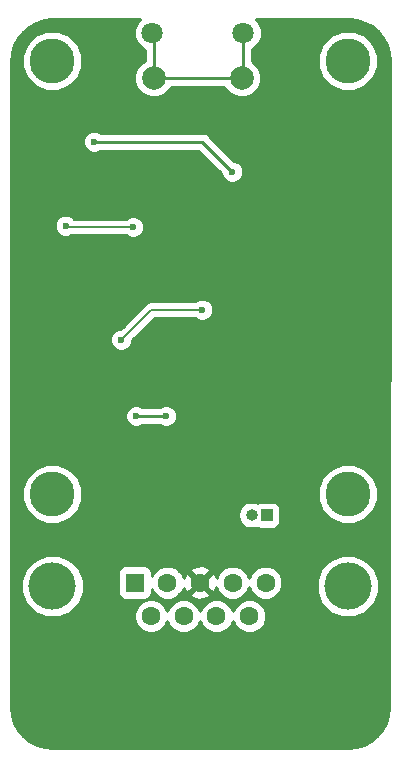
<source format=gbr>
G04 #@! TF.GenerationSoftware,KiCad,Pcbnew,(5.0.1)-3*
G04 #@! TF.CreationDate,2018-11-07T22:07:08+02:00*
G04 #@! TF.ProjectId,stm32-can,73746D33322D63616E2E6B696361645F,rev?*
G04 #@! TF.SameCoordinates,Original*
G04 #@! TF.FileFunction,Copper,L2,Bot,Signal*
G04 #@! TF.FilePolarity,Positive*
%FSLAX46Y46*%
G04 Gerber Fmt 4.6, Leading zero omitted, Abs format (unit mm)*
G04 Created by KiCad (PCBNEW (5.0.1)-3) date 07-Nov-18 10:07:08 PM*
%MOMM*%
%LPD*%
G01*
G04 APERTURE LIST*
G04 #@! TA.AperFunction,ComponentPad*
%ADD10R,1.000000X1.000000*%
G04 #@! TD*
G04 #@! TA.AperFunction,ComponentPad*
%ADD11O,1.000000X1.000000*%
G04 #@! TD*
G04 #@! TA.AperFunction,ComponentPad*
%ADD12R,1.600000X1.600000*%
G04 #@! TD*
G04 #@! TA.AperFunction,ComponentPad*
%ADD13C,1.600000*%
G04 #@! TD*
G04 #@! TA.AperFunction,ComponentPad*
%ADD14C,4.000000*%
G04 #@! TD*
G04 #@! TA.AperFunction,ComponentPad*
%ADD15C,1.800000*%
G04 #@! TD*
G04 #@! TA.AperFunction,ComponentPad*
%ADD16C,2.000000*%
G04 #@! TD*
G04 #@! TA.AperFunction,ComponentPad*
%ADD17C,3.800000*%
G04 #@! TD*
G04 #@! TA.AperFunction,ViaPad*
%ADD18C,0.600000*%
G04 #@! TD*
G04 #@! TA.AperFunction,Conductor*
%ADD19C,0.250000*%
G04 #@! TD*
G04 #@! TA.AperFunction,Conductor*
%ADD20C,0.154000*%
G04 #@! TD*
G04 #@! TA.AperFunction,Conductor*
%ADD21C,0.254000*%
G04 #@! TD*
G04 APERTURE END LIST*
D10*
G04 #@! TO.P,JP1,1*
G04 #@! TO.N,Net-(JP1-Pad1)*
X202819000Y-79629000D03*
D11*
G04 #@! TO.P,JP1,2*
G04 #@! TO.N,CANH*
X201549000Y-79629000D03*
G04 #@! TD*
D12*
G04 #@! TO.P,CAN1,1*
G04 #@! TO.N,N/C*
X191643000Y-85344000D03*
D13*
G04 #@! TO.P,CAN1,2*
G04 #@! TO.N,CANL*
X194413000Y-85344000D03*
G04 #@! TO.P,CAN1,3*
G04 #@! TO.N,GND*
X197183000Y-85344000D03*
G04 #@! TO.P,CAN1,4*
G04 #@! TO.N,N/C*
X199953000Y-85344000D03*
G04 #@! TO.P,CAN1,5*
X202723000Y-85344000D03*
G04 #@! TO.P,CAN1,6*
X193028000Y-88184000D03*
G04 #@! TO.P,CAN1,7*
G04 #@! TO.N,CANH*
X195798000Y-88184000D03*
G04 #@! TO.P,CAN1,8*
G04 #@! TO.N,N/C*
X198568000Y-88184000D03*
G04 #@! TO.P,CAN1,9*
X201338000Y-88184000D03*
D14*
G04 #@! TO.P,CAN1,0*
G04 #@! TO.N,Net-(CAN1-Pad0)*
X184683000Y-85644000D03*
X209683000Y-85644000D03*
G04 #@! TD*
D15*
G04 #@! TO.P,J1,6*
G04 #@! TO.N,Net-(J1-Pad6)*
X193102000Y-38817000D03*
X200852000Y-38817000D03*
D16*
X193252000Y-42617000D03*
X200702000Y-42617000D03*
G04 #@! TD*
D17*
G04 #@! TO.P,MH1,1*
G04 #@! TO.N,N/C*
X184658000Y-41148000D03*
G04 #@! TD*
G04 #@! TO.P,MH2,1*
G04 #@! TO.N,N/C*
X184658000Y-77851000D03*
G04 #@! TD*
G04 #@! TO.P,MH3,1*
G04 #@! TO.N,N/C*
X209677000Y-77851000D03*
G04 #@! TD*
G04 #@! TO.P,MH4,1*
G04 #@! TO.N,N/C*
X209677000Y-41148000D03*
G04 #@! TD*
D18*
G04 #@! TO.N,GND*
X195580000Y-44450000D03*
X189230000Y-40640000D03*
X199136000Y-48387000D03*
X202057000Y-50038000D03*
X207137000Y-44958000D03*
X203327000Y-43942000D03*
X201168000Y-57150000D03*
X204597000Y-61214000D03*
X198628000Y-62230000D03*
X201295000Y-69596000D03*
X193929000Y-64897000D03*
X199898000Y-72644000D03*
X199009000Y-81661000D03*
X193294000Y-76708000D03*
X192659000Y-52197000D03*
X195834000Y-56388000D03*
X190500000Y-51943000D03*
X192014567Y-60080433D03*
X190500000Y-60579000D03*
X187579000Y-69342000D03*
X192024000Y-69469000D03*
X205486000Y-54610000D03*
X190627000Y-63627000D03*
G04 #@! TO.N,+5V*
X199898000Y-50546000D03*
X191770000Y-71247000D03*
X194310000Y-71247000D03*
X188214000Y-48006000D03*
G04 #@! TO.N,BOOT0*
X191516000Y-55245000D03*
X185801000Y-55118000D03*
G04 #@! TO.N,~RST*
X190500000Y-64770000D03*
X197358000Y-62230000D03*
G04 #@! TD*
D19*
G04 #@! TO.N,+5V*
X191770000Y-71247000D02*
X194310000Y-71247000D01*
X188214000Y-48006000D02*
X197358000Y-48006000D01*
X197358000Y-48006000D02*
X199898000Y-50546000D01*
D20*
G04 #@! TO.N,BOOT0*
X191516000Y-55245000D02*
X185928000Y-55245000D01*
X185928000Y-55245000D02*
X185801000Y-55118000D01*
G04 #@! TO.N,~RST*
X190500000Y-64770000D02*
X193040000Y-62230000D01*
X193040000Y-62230000D02*
X197358000Y-62230000D01*
D19*
G04 #@! TO.N,Net-(J1-Pad6)*
X200852000Y-42467000D02*
X200702000Y-42617000D01*
X200852000Y-38817000D02*
X200852000Y-42467000D01*
X200702000Y-42617000D02*
X193252000Y-42617000D01*
X193252000Y-38967000D02*
X193102000Y-38817000D01*
X193252000Y-42617000D02*
X193252000Y-38967000D01*
G04 #@! TD*
D21*
G04 #@! TO.N,GND*
G36*
X191800690Y-37947493D02*
X191567000Y-38511670D01*
X191567000Y-39122330D01*
X191800690Y-39686507D01*
X192232493Y-40118310D01*
X192492001Y-40225802D01*
X192492000Y-41162091D01*
X192325847Y-41230914D01*
X191865914Y-41690847D01*
X191617000Y-42291778D01*
X191617000Y-42942222D01*
X191865914Y-43543153D01*
X192325847Y-44003086D01*
X192926778Y-44252000D01*
X193577222Y-44252000D01*
X194178153Y-44003086D01*
X194638086Y-43543153D01*
X194706909Y-43377000D01*
X199247091Y-43377000D01*
X199315914Y-43543153D01*
X199775847Y-44003086D01*
X200376778Y-44252000D01*
X201027222Y-44252000D01*
X201628153Y-44003086D01*
X202088086Y-43543153D01*
X202337000Y-42942222D01*
X202337000Y-42291778D01*
X202088086Y-41690847D01*
X201628153Y-41230914D01*
X201612000Y-41224223D01*
X201612000Y-40643757D01*
X207142000Y-40643757D01*
X207142000Y-41652243D01*
X207527930Y-42583962D01*
X208241038Y-43297070D01*
X209172757Y-43683000D01*
X210181243Y-43683000D01*
X211112962Y-43297070D01*
X211826070Y-42583962D01*
X212212000Y-41652243D01*
X212212000Y-40643757D01*
X211826070Y-39712038D01*
X211112962Y-38998930D01*
X210181243Y-38613000D01*
X209172757Y-38613000D01*
X208241038Y-38998930D01*
X207527930Y-39712038D01*
X207142000Y-40643757D01*
X201612000Y-40643757D01*
X201612000Y-40163669D01*
X201721507Y-40118310D01*
X202153310Y-39686507D01*
X202387000Y-39122330D01*
X202387000Y-38511670D01*
X202153310Y-37947493D01*
X201872817Y-37667000D01*
X209769280Y-37667000D01*
X210479465Y-37736634D01*
X211129211Y-37932805D01*
X211728469Y-38251435D01*
X212254432Y-38680400D01*
X212687059Y-39203357D01*
X213009868Y-39800382D01*
X213210565Y-40448727D01*
X213284979Y-41156723D01*
X213158081Y-95849455D01*
X213088366Y-96560465D01*
X212892196Y-97210209D01*
X212573564Y-97809469D01*
X212144600Y-98335432D01*
X211621644Y-98768058D01*
X211024626Y-99090865D01*
X210376272Y-99291565D01*
X209668074Y-99366000D01*
X184692720Y-99366000D01*
X183982535Y-99296366D01*
X183332791Y-99100196D01*
X182733531Y-98781564D01*
X182207568Y-98352600D01*
X181774942Y-97829644D01*
X181452135Y-97232626D01*
X181251435Y-96584272D01*
X181177000Y-95876074D01*
X181177000Y-85119866D01*
X182048000Y-85119866D01*
X182048000Y-86168134D01*
X182449155Y-87136608D01*
X183190392Y-87877845D01*
X184158866Y-88279000D01*
X185207134Y-88279000D01*
X186125595Y-87898561D01*
X191593000Y-87898561D01*
X191593000Y-88469439D01*
X191811466Y-88996862D01*
X192215138Y-89400534D01*
X192742561Y-89619000D01*
X193313439Y-89619000D01*
X193840862Y-89400534D01*
X194244534Y-88996862D01*
X194413000Y-88590150D01*
X194581466Y-88996862D01*
X194985138Y-89400534D01*
X195512561Y-89619000D01*
X196083439Y-89619000D01*
X196610862Y-89400534D01*
X197014534Y-88996862D01*
X197183000Y-88590150D01*
X197351466Y-88996862D01*
X197755138Y-89400534D01*
X198282561Y-89619000D01*
X198853439Y-89619000D01*
X199380862Y-89400534D01*
X199784534Y-88996862D01*
X199953000Y-88590150D01*
X200121466Y-88996862D01*
X200525138Y-89400534D01*
X201052561Y-89619000D01*
X201623439Y-89619000D01*
X202150862Y-89400534D01*
X202554534Y-88996862D01*
X202773000Y-88469439D01*
X202773000Y-87898561D01*
X202554534Y-87371138D01*
X202150862Y-86967466D01*
X201623439Y-86749000D01*
X201052561Y-86749000D01*
X200525138Y-86967466D01*
X200121466Y-87371138D01*
X199953000Y-87777850D01*
X199784534Y-87371138D01*
X199380862Y-86967466D01*
X198853439Y-86749000D01*
X198282561Y-86749000D01*
X197755138Y-86967466D01*
X197351466Y-87371138D01*
X197183000Y-87777850D01*
X197014534Y-87371138D01*
X196610862Y-86967466D01*
X196083439Y-86749000D01*
X195512561Y-86749000D01*
X194985138Y-86967466D01*
X194581466Y-87371138D01*
X194413000Y-87777850D01*
X194244534Y-87371138D01*
X193840862Y-86967466D01*
X193313439Y-86749000D01*
X192742561Y-86749000D01*
X192215138Y-86967466D01*
X191811466Y-87371138D01*
X191593000Y-87898561D01*
X186125595Y-87898561D01*
X186175608Y-87877845D01*
X186916845Y-87136608D01*
X187318000Y-86168134D01*
X187318000Y-85119866D01*
X187079469Y-84544000D01*
X190195560Y-84544000D01*
X190195560Y-86144000D01*
X190244843Y-86391765D01*
X190385191Y-86601809D01*
X190595235Y-86742157D01*
X190843000Y-86791440D01*
X192443000Y-86791440D01*
X192690765Y-86742157D01*
X192900809Y-86601809D01*
X193041157Y-86391765D01*
X193090440Y-86144000D01*
X193090440Y-85900893D01*
X193196466Y-86156862D01*
X193600138Y-86560534D01*
X194127561Y-86779000D01*
X194698439Y-86779000D01*
X195225862Y-86560534D01*
X195434651Y-86351745D01*
X196354861Y-86351745D01*
X196428995Y-86597864D01*
X196966223Y-86790965D01*
X197536454Y-86763778D01*
X197937005Y-86597864D01*
X198011139Y-86351745D01*
X197183000Y-85523605D01*
X196354861Y-86351745D01*
X195434651Y-86351745D01*
X195629534Y-86156862D01*
X195791525Y-85765782D01*
X195929136Y-86098005D01*
X196175255Y-86172139D01*
X197003395Y-85344000D01*
X197362605Y-85344000D01*
X198190745Y-86172139D01*
X198436864Y-86098005D01*
X198564732Y-85742261D01*
X198736466Y-86156862D01*
X199140138Y-86560534D01*
X199667561Y-86779000D01*
X200238439Y-86779000D01*
X200765862Y-86560534D01*
X201169534Y-86156862D01*
X201338000Y-85750150D01*
X201506466Y-86156862D01*
X201910138Y-86560534D01*
X202437561Y-86779000D01*
X203008439Y-86779000D01*
X203535862Y-86560534D01*
X203939534Y-86156862D01*
X204158000Y-85629439D01*
X204158000Y-85119866D01*
X207048000Y-85119866D01*
X207048000Y-86168134D01*
X207449155Y-87136608D01*
X208190392Y-87877845D01*
X209158866Y-88279000D01*
X210207134Y-88279000D01*
X211175608Y-87877845D01*
X211916845Y-87136608D01*
X212318000Y-86168134D01*
X212318000Y-85119866D01*
X211916845Y-84151392D01*
X211175608Y-83410155D01*
X210207134Y-83009000D01*
X209158866Y-83009000D01*
X208190392Y-83410155D01*
X207449155Y-84151392D01*
X207048000Y-85119866D01*
X204158000Y-85119866D01*
X204158000Y-85058561D01*
X203939534Y-84531138D01*
X203535862Y-84127466D01*
X203008439Y-83909000D01*
X202437561Y-83909000D01*
X201910138Y-84127466D01*
X201506466Y-84531138D01*
X201338000Y-84937850D01*
X201169534Y-84531138D01*
X200765862Y-84127466D01*
X200238439Y-83909000D01*
X199667561Y-83909000D01*
X199140138Y-84127466D01*
X198736466Y-84531138D01*
X198574475Y-84922218D01*
X198436864Y-84589995D01*
X198190745Y-84515861D01*
X197362605Y-85344000D01*
X197003395Y-85344000D01*
X196175255Y-84515861D01*
X195929136Y-84589995D01*
X195801268Y-84945739D01*
X195629534Y-84531138D01*
X195434651Y-84336255D01*
X196354861Y-84336255D01*
X197183000Y-85164395D01*
X198011139Y-84336255D01*
X197937005Y-84090136D01*
X197399777Y-83897035D01*
X196829546Y-83924222D01*
X196428995Y-84090136D01*
X196354861Y-84336255D01*
X195434651Y-84336255D01*
X195225862Y-84127466D01*
X194698439Y-83909000D01*
X194127561Y-83909000D01*
X193600138Y-84127466D01*
X193196466Y-84531138D01*
X193090440Y-84787107D01*
X193090440Y-84544000D01*
X193041157Y-84296235D01*
X192900809Y-84086191D01*
X192690765Y-83945843D01*
X192443000Y-83896560D01*
X190843000Y-83896560D01*
X190595235Y-83945843D01*
X190385191Y-84086191D01*
X190244843Y-84296235D01*
X190195560Y-84544000D01*
X187079469Y-84544000D01*
X186916845Y-84151392D01*
X186175608Y-83410155D01*
X185207134Y-83009000D01*
X184158866Y-83009000D01*
X183190392Y-83410155D01*
X182449155Y-84151392D01*
X182048000Y-85119866D01*
X181177000Y-85119866D01*
X181177000Y-77346757D01*
X182123000Y-77346757D01*
X182123000Y-78355243D01*
X182508930Y-79286962D01*
X183222038Y-80000070D01*
X184153757Y-80386000D01*
X185162243Y-80386000D01*
X186093962Y-80000070D01*
X186465032Y-79629000D01*
X200391765Y-79629000D01*
X200479854Y-80071855D01*
X200730711Y-80447289D01*
X201106145Y-80698146D01*
X201437217Y-80764000D01*
X201660783Y-80764000D01*
X201991855Y-80698146D01*
X202009836Y-80686131D01*
X202071235Y-80727157D01*
X202319000Y-80776440D01*
X203319000Y-80776440D01*
X203566765Y-80727157D01*
X203776809Y-80586809D01*
X203917157Y-80376765D01*
X203966440Y-80129000D01*
X203966440Y-79129000D01*
X203917157Y-78881235D01*
X203776809Y-78671191D01*
X203566765Y-78530843D01*
X203319000Y-78481560D01*
X202319000Y-78481560D01*
X202071235Y-78530843D01*
X202009836Y-78571869D01*
X201991855Y-78559854D01*
X201660783Y-78494000D01*
X201437217Y-78494000D01*
X201106145Y-78559854D01*
X200730711Y-78810711D01*
X200479854Y-79186145D01*
X200391765Y-79629000D01*
X186465032Y-79629000D01*
X186807070Y-79286962D01*
X187193000Y-78355243D01*
X187193000Y-77346757D01*
X207142000Y-77346757D01*
X207142000Y-78355243D01*
X207527930Y-79286962D01*
X208241038Y-80000070D01*
X209172757Y-80386000D01*
X210181243Y-80386000D01*
X211112962Y-80000070D01*
X211826070Y-79286962D01*
X212212000Y-78355243D01*
X212212000Y-77346757D01*
X211826070Y-76415038D01*
X211112962Y-75701930D01*
X210181243Y-75316000D01*
X209172757Y-75316000D01*
X208241038Y-75701930D01*
X207527930Y-76415038D01*
X207142000Y-77346757D01*
X187193000Y-77346757D01*
X186807070Y-76415038D01*
X186093962Y-75701930D01*
X185162243Y-75316000D01*
X184153757Y-75316000D01*
X183222038Y-75701930D01*
X182508930Y-76415038D01*
X182123000Y-77346757D01*
X181177000Y-77346757D01*
X181177000Y-71061017D01*
X190835000Y-71061017D01*
X190835000Y-71432983D01*
X190977345Y-71776635D01*
X191240365Y-72039655D01*
X191584017Y-72182000D01*
X191955983Y-72182000D01*
X192299635Y-72039655D01*
X192332290Y-72007000D01*
X193747710Y-72007000D01*
X193780365Y-72039655D01*
X194124017Y-72182000D01*
X194495983Y-72182000D01*
X194839635Y-72039655D01*
X195102655Y-71776635D01*
X195245000Y-71432983D01*
X195245000Y-71061017D01*
X195102655Y-70717365D01*
X194839635Y-70454345D01*
X194495983Y-70312000D01*
X194124017Y-70312000D01*
X193780365Y-70454345D01*
X193747710Y-70487000D01*
X192332290Y-70487000D01*
X192299635Y-70454345D01*
X191955983Y-70312000D01*
X191584017Y-70312000D01*
X191240365Y-70454345D01*
X190977345Y-70717365D01*
X190835000Y-71061017D01*
X181177000Y-71061017D01*
X181177000Y-64584017D01*
X189565000Y-64584017D01*
X189565000Y-64955983D01*
X189707345Y-65299635D01*
X189970365Y-65562655D01*
X190314017Y-65705000D01*
X190685983Y-65705000D01*
X191029635Y-65562655D01*
X191292655Y-65299635D01*
X191435000Y-64955983D01*
X191435000Y-64841919D01*
X193334920Y-62942000D01*
X196747710Y-62942000D01*
X196828365Y-63022655D01*
X197172017Y-63165000D01*
X197543983Y-63165000D01*
X197887635Y-63022655D01*
X198150655Y-62759635D01*
X198293000Y-62415983D01*
X198293000Y-62044017D01*
X198150655Y-61700365D01*
X197887635Y-61437345D01*
X197543983Y-61295000D01*
X197172017Y-61295000D01*
X196828365Y-61437345D01*
X196747710Y-61518000D01*
X193110118Y-61518000D01*
X193039999Y-61504052D01*
X192969880Y-61518000D01*
X192969879Y-61518000D01*
X192762192Y-61559312D01*
X192526677Y-61716677D01*
X192486956Y-61776124D01*
X190428081Y-63835000D01*
X190314017Y-63835000D01*
X189970365Y-63977345D01*
X189707345Y-64240365D01*
X189565000Y-64584017D01*
X181177000Y-64584017D01*
X181177000Y-54932017D01*
X184866000Y-54932017D01*
X184866000Y-55303983D01*
X185008345Y-55647635D01*
X185271365Y-55910655D01*
X185615017Y-56053000D01*
X185986983Y-56053000D01*
X186218748Y-55957000D01*
X190905710Y-55957000D01*
X190986365Y-56037655D01*
X191330017Y-56180000D01*
X191701983Y-56180000D01*
X192045635Y-56037655D01*
X192308655Y-55774635D01*
X192451000Y-55430983D01*
X192451000Y-55059017D01*
X192308655Y-54715365D01*
X192045635Y-54452345D01*
X191701983Y-54310000D01*
X191330017Y-54310000D01*
X190986365Y-54452345D01*
X190905710Y-54533000D01*
X186538290Y-54533000D01*
X186330635Y-54325345D01*
X185986983Y-54183000D01*
X185615017Y-54183000D01*
X185271365Y-54325345D01*
X185008345Y-54588365D01*
X184866000Y-54932017D01*
X181177000Y-54932017D01*
X181177000Y-47820017D01*
X187279000Y-47820017D01*
X187279000Y-48191983D01*
X187421345Y-48535635D01*
X187684365Y-48798655D01*
X188028017Y-48941000D01*
X188399983Y-48941000D01*
X188743635Y-48798655D01*
X188776290Y-48766000D01*
X197043199Y-48766000D01*
X198963000Y-50685803D01*
X198963000Y-50731983D01*
X199105345Y-51075635D01*
X199368365Y-51338655D01*
X199712017Y-51481000D01*
X200083983Y-51481000D01*
X200427635Y-51338655D01*
X200690655Y-51075635D01*
X200833000Y-50731983D01*
X200833000Y-50360017D01*
X200690655Y-50016365D01*
X200427635Y-49753345D01*
X200083983Y-49611000D01*
X200037803Y-49611000D01*
X197948331Y-47521530D01*
X197905929Y-47458071D01*
X197654537Y-47290096D01*
X197432852Y-47246000D01*
X197432847Y-47246000D01*
X197358000Y-47231112D01*
X197283153Y-47246000D01*
X188776290Y-47246000D01*
X188743635Y-47213345D01*
X188399983Y-47071000D01*
X188028017Y-47071000D01*
X187684365Y-47213345D01*
X187421345Y-47476365D01*
X187279000Y-47820017D01*
X181177000Y-47820017D01*
X181177000Y-41182720D01*
X181229845Y-40643757D01*
X182123000Y-40643757D01*
X182123000Y-41652243D01*
X182508930Y-42583962D01*
X183222038Y-43297070D01*
X184153757Y-43683000D01*
X185162243Y-43683000D01*
X186093962Y-43297070D01*
X186807070Y-42583962D01*
X187193000Y-41652243D01*
X187193000Y-40643757D01*
X186807070Y-39712038D01*
X186093962Y-38998930D01*
X185162243Y-38613000D01*
X184153757Y-38613000D01*
X183222038Y-38998930D01*
X182508930Y-39712038D01*
X182123000Y-40643757D01*
X181229845Y-40643757D01*
X181246634Y-40472535D01*
X181442805Y-39822789D01*
X181761435Y-39223531D01*
X182190400Y-38697568D01*
X182713357Y-38264941D01*
X183310382Y-37942132D01*
X183958727Y-37741435D01*
X184666926Y-37667000D01*
X192081183Y-37667000D01*
X191800690Y-37947493D01*
X191800690Y-37947493D01*
G37*
X191800690Y-37947493D02*
X191567000Y-38511670D01*
X191567000Y-39122330D01*
X191800690Y-39686507D01*
X192232493Y-40118310D01*
X192492001Y-40225802D01*
X192492000Y-41162091D01*
X192325847Y-41230914D01*
X191865914Y-41690847D01*
X191617000Y-42291778D01*
X191617000Y-42942222D01*
X191865914Y-43543153D01*
X192325847Y-44003086D01*
X192926778Y-44252000D01*
X193577222Y-44252000D01*
X194178153Y-44003086D01*
X194638086Y-43543153D01*
X194706909Y-43377000D01*
X199247091Y-43377000D01*
X199315914Y-43543153D01*
X199775847Y-44003086D01*
X200376778Y-44252000D01*
X201027222Y-44252000D01*
X201628153Y-44003086D01*
X202088086Y-43543153D01*
X202337000Y-42942222D01*
X202337000Y-42291778D01*
X202088086Y-41690847D01*
X201628153Y-41230914D01*
X201612000Y-41224223D01*
X201612000Y-40643757D01*
X207142000Y-40643757D01*
X207142000Y-41652243D01*
X207527930Y-42583962D01*
X208241038Y-43297070D01*
X209172757Y-43683000D01*
X210181243Y-43683000D01*
X211112962Y-43297070D01*
X211826070Y-42583962D01*
X212212000Y-41652243D01*
X212212000Y-40643757D01*
X211826070Y-39712038D01*
X211112962Y-38998930D01*
X210181243Y-38613000D01*
X209172757Y-38613000D01*
X208241038Y-38998930D01*
X207527930Y-39712038D01*
X207142000Y-40643757D01*
X201612000Y-40643757D01*
X201612000Y-40163669D01*
X201721507Y-40118310D01*
X202153310Y-39686507D01*
X202387000Y-39122330D01*
X202387000Y-38511670D01*
X202153310Y-37947493D01*
X201872817Y-37667000D01*
X209769280Y-37667000D01*
X210479465Y-37736634D01*
X211129211Y-37932805D01*
X211728469Y-38251435D01*
X212254432Y-38680400D01*
X212687059Y-39203357D01*
X213009868Y-39800382D01*
X213210565Y-40448727D01*
X213284979Y-41156723D01*
X213158081Y-95849455D01*
X213088366Y-96560465D01*
X212892196Y-97210209D01*
X212573564Y-97809469D01*
X212144600Y-98335432D01*
X211621644Y-98768058D01*
X211024626Y-99090865D01*
X210376272Y-99291565D01*
X209668074Y-99366000D01*
X184692720Y-99366000D01*
X183982535Y-99296366D01*
X183332791Y-99100196D01*
X182733531Y-98781564D01*
X182207568Y-98352600D01*
X181774942Y-97829644D01*
X181452135Y-97232626D01*
X181251435Y-96584272D01*
X181177000Y-95876074D01*
X181177000Y-85119866D01*
X182048000Y-85119866D01*
X182048000Y-86168134D01*
X182449155Y-87136608D01*
X183190392Y-87877845D01*
X184158866Y-88279000D01*
X185207134Y-88279000D01*
X186125595Y-87898561D01*
X191593000Y-87898561D01*
X191593000Y-88469439D01*
X191811466Y-88996862D01*
X192215138Y-89400534D01*
X192742561Y-89619000D01*
X193313439Y-89619000D01*
X193840862Y-89400534D01*
X194244534Y-88996862D01*
X194413000Y-88590150D01*
X194581466Y-88996862D01*
X194985138Y-89400534D01*
X195512561Y-89619000D01*
X196083439Y-89619000D01*
X196610862Y-89400534D01*
X197014534Y-88996862D01*
X197183000Y-88590150D01*
X197351466Y-88996862D01*
X197755138Y-89400534D01*
X198282561Y-89619000D01*
X198853439Y-89619000D01*
X199380862Y-89400534D01*
X199784534Y-88996862D01*
X199953000Y-88590150D01*
X200121466Y-88996862D01*
X200525138Y-89400534D01*
X201052561Y-89619000D01*
X201623439Y-89619000D01*
X202150862Y-89400534D01*
X202554534Y-88996862D01*
X202773000Y-88469439D01*
X202773000Y-87898561D01*
X202554534Y-87371138D01*
X202150862Y-86967466D01*
X201623439Y-86749000D01*
X201052561Y-86749000D01*
X200525138Y-86967466D01*
X200121466Y-87371138D01*
X199953000Y-87777850D01*
X199784534Y-87371138D01*
X199380862Y-86967466D01*
X198853439Y-86749000D01*
X198282561Y-86749000D01*
X197755138Y-86967466D01*
X197351466Y-87371138D01*
X197183000Y-87777850D01*
X197014534Y-87371138D01*
X196610862Y-86967466D01*
X196083439Y-86749000D01*
X195512561Y-86749000D01*
X194985138Y-86967466D01*
X194581466Y-87371138D01*
X194413000Y-87777850D01*
X194244534Y-87371138D01*
X193840862Y-86967466D01*
X193313439Y-86749000D01*
X192742561Y-86749000D01*
X192215138Y-86967466D01*
X191811466Y-87371138D01*
X191593000Y-87898561D01*
X186125595Y-87898561D01*
X186175608Y-87877845D01*
X186916845Y-87136608D01*
X187318000Y-86168134D01*
X187318000Y-85119866D01*
X187079469Y-84544000D01*
X190195560Y-84544000D01*
X190195560Y-86144000D01*
X190244843Y-86391765D01*
X190385191Y-86601809D01*
X190595235Y-86742157D01*
X190843000Y-86791440D01*
X192443000Y-86791440D01*
X192690765Y-86742157D01*
X192900809Y-86601809D01*
X193041157Y-86391765D01*
X193090440Y-86144000D01*
X193090440Y-85900893D01*
X193196466Y-86156862D01*
X193600138Y-86560534D01*
X194127561Y-86779000D01*
X194698439Y-86779000D01*
X195225862Y-86560534D01*
X195434651Y-86351745D01*
X196354861Y-86351745D01*
X196428995Y-86597864D01*
X196966223Y-86790965D01*
X197536454Y-86763778D01*
X197937005Y-86597864D01*
X198011139Y-86351745D01*
X197183000Y-85523605D01*
X196354861Y-86351745D01*
X195434651Y-86351745D01*
X195629534Y-86156862D01*
X195791525Y-85765782D01*
X195929136Y-86098005D01*
X196175255Y-86172139D01*
X197003395Y-85344000D01*
X197362605Y-85344000D01*
X198190745Y-86172139D01*
X198436864Y-86098005D01*
X198564732Y-85742261D01*
X198736466Y-86156862D01*
X199140138Y-86560534D01*
X199667561Y-86779000D01*
X200238439Y-86779000D01*
X200765862Y-86560534D01*
X201169534Y-86156862D01*
X201338000Y-85750150D01*
X201506466Y-86156862D01*
X201910138Y-86560534D01*
X202437561Y-86779000D01*
X203008439Y-86779000D01*
X203535862Y-86560534D01*
X203939534Y-86156862D01*
X204158000Y-85629439D01*
X204158000Y-85119866D01*
X207048000Y-85119866D01*
X207048000Y-86168134D01*
X207449155Y-87136608D01*
X208190392Y-87877845D01*
X209158866Y-88279000D01*
X210207134Y-88279000D01*
X211175608Y-87877845D01*
X211916845Y-87136608D01*
X212318000Y-86168134D01*
X212318000Y-85119866D01*
X211916845Y-84151392D01*
X211175608Y-83410155D01*
X210207134Y-83009000D01*
X209158866Y-83009000D01*
X208190392Y-83410155D01*
X207449155Y-84151392D01*
X207048000Y-85119866D01*
X204158000Y-85119866D01*
X204158000Y-85058561D01*
X203939534Y-84531138D01*
X203535862Y-84127466D01*
X203008439Y-83909000D01*
X202437561Y-83909000D01*
X201910138Y-84127466D01*
X201506466Y-84531138D01*
X201338000Y-84937850D01*
X201169534Y-84531138D01*
X200765862Y-84127466D01*
X200238439Y-83909000D01*
X199667561Y-83909000D01*
X199140138Y-84127466D01*
X198736466Y-84531138D01*
X198574475Y-84922218D01*
X198436864Y-84589995D01*
X198190745Y-84515861D01*
X197362605Y-85344000D01*
X197003395Y-85344000D01*
X196175255Y-84515861D01*
X195929136Y-84589995D01*
X195801268Y-84945739D01*
X195629534Y-84531138D01*
X195434651Y-84336255D01*
X196354861Y-84336255D01*
X197183000Y-85164395D01*
X198011139Y-84336255D01*
X197937005Y-84090136D01*
X197399777Y-83897035D01*
X196829546Y-83924222D01*
X196428995Y-84090136D01*
X196354861Y-84336255D01*
X195434651Y-84336255D01*
X195225862Y-84127466D01*
X194698439Y-83909000D01*
X194127561Y-83909000D01*
X193600138Y-84127466D01*
X193196466Y-84531138D01*
X193090440Y-84787107D01*
X193090440Y-84544000D01*
X193041157Y-84296235D01*
X192900809Y-84086191D01*
X192690765Y-83945843D01*
X192443000Y-83896560D01*
X190843000Y-83896560D01*
X190595235Y-83945843D01*
X190385191Y-84086191D01*
X190244843Y-84296235D01*
X190195560Y-84544000D01*
X187079469Y-84544000D01*
X186916845Y-84151392D01*
X186175608Y-83410155D01*
X185207134Y-83009000D01*
X184158866Y-83009000D01*
X183190392Y-83410155D01*
X182449155Y-84151392D01*
X182048000Y-85119866D01*
X181177000Y-85119866D01*
X181177000Y-77346757D01*
X182123000Y-77346757D01*
X182123000Y-78355243D01*
X182508930Y-79286962D01*
X183222038Y-80000070D01*
X184153757Y-80386000D01*
X185162243Y-80386000D01*
X186093962Y-80000070D01*
X186465032Y-79629000D01*
X200391765Y-79629000D01*
X200479854Y-80071855D01*
X200730711Y-80447289D01*
X201106145Y-80698146D01*
X201437217Y-80764000D01*
X201660783Y-80764000D01*
X201991855Y-80698146D01*
X202009836Y-80686131D01*
X202071235Y-80727157D01*
X202319000Y-80776440D01*
X203319000Y-80776440D01*
X203566765Y-80727157D01*
X203776809Y-80586809D01*
X203917157Y-80376765D01*
X203966440Y-80129000D01*
X203966440Y-79129000D01*
X203917157Y-78881235D01*
X203776809Y-78671191D01*
X203566765Y-78530843D01*
X203319000Y-78481560D01*
X202319000Y-78481560D01*
X202071235Y-78530843D01*
X202009836Y-78571869D01*
X201991855Y-78559854D01*
X201660783Y-78494000D01*
X201437217Y-78494000D01*
X201106145Y-78559854D01*
X200730711Y-78810711D01*
X200479854Y-79186145D01*
X200391765Y-79629000D01*
X186465032Y-79629000D01*
X186807070Y-79286962D01*
X187193000Y-78355243D01*
X187193000Y-77346757D01*
X207142000Y-77346757D01*
X207142000Y-78355243D01*
X207527930Y-79286962D01*
X208241038Y-80000070D01*
X209172757Y-80386000D01*
X210181243Y-80386000D01*
X211112962Y-80000070D01*
X211826070Y-79286962D01*
X212212000Y-78355243D01*
X212212000Y-77346757D01*
X211826070Y-76415038D01*
X211112962Y-75701930D01*
X210181243Y-75316000D01*
X209172757Y-75316000D01*
X208241038Y-75701930D01*
X207527930Y-76415038D01*
X207142000Y-77346757D01*
X187193000Y-77346757D01*
X186807070Y-76415038D01*
X186093962Y-75701930D01*
X185162243Y-75316000D01*
X184153757Y-75316000D01*
X183222038Y-75701930D01*
X182508930Y-76415038D01*
X182123000Y-77346757D01*
X181177000Y-77346757D01*
X181177000Y-71061017D01*
X190835000Y-71061017D01*
X190835000Y-71432983D01*
X190977345Y-71776635D01*
X191240365Y-72039655D01*
X191584017Y-72182000D01*
X191955983Y-72182000D01*
X192299635Y-72039655D01*
X192332290Y-72007000D01*
X193747710Y-72007000D01*
X193780365Y-72039655D01*
X194124017Y-72182000D01*
X194495983Y-72182000D01*
X194839635Y-72039655D01*
X195102655Y-71776635D01*
X195245000Y-71432983D01*
X195245000Y-71061017D01*
X195102655Y-70717365D01*
X194839635Y-70454345D01*
X194495983Y-70312000D01*
X194124017Y-70312000D01*
X193780365Y-70454345D01*
X193747710Y-70487000D01*
X192332290Y-70487000D01*
X192299635Y-70454345D01*
X191955983Y-70312000D01*
X191584017Y-70312000D01*
X191240365Y-70454345D01*
X190977345Y-70717365D01*
X190835000Y-71061017D01*
X181177000Y-71061017D01*
X181177000Y-64584017D01*
X189565000Y-64584017D01*
X189565000Y-64955983D01*
X189707345Y-65299635D01*
X189970365Y-65562655D01*
X190314017Y-65705000D01*
X190685983Y-65705000D01*
X191029635Y-65562655D01*
X191292655Y-65299635D01*
X191435000Y-64955983D01*
X191435000Y-64841919D01*
X193334920Y-62942000D01*
X196747710Y-62942000D01*
X196828365Y-63022655D01*
X197172017Y-63165000D01*
X197543983Y-63165000D01*
X197887635Y-63022655D01*
X198150655Y-62759635D01*
X198293000Y-62415983D01*
X198293000Y-62044017D01*
X198150655Y-61700365D01*
X197887635Y-61437345D01*
X197543983Y-61295000D01*
X197172017Y-61295000D01*
X196828365Y-61437345D01*
X196747710Y-61518000D01*
X193110118Y-61518000D01*
X193039999Y-61504052D01*
X192969880Y-61518000D01*
X192969879Y-61518000D01*
X192762192Y-61559312D01*
X192526677Y-61716677D01*
X192486956Y-61776124D01*
X190428081Y-63835000D01*
X190314017Y-63835000D01*
X189970365Y-63977345D01*
X189707345Y-64240365D01*
X189565000Y-64584017D01*
X181177000Y-64584017D01*
X181177000Y-54932017D01*
X184866000Y-54932017D01*
X184866000Y-55303983D01*
X185008345Y-55647635D01*
X185271365Y-55910655D01*
X185615017Y-56053000D01*
X185986983Y-56053000D01*
X186218748Y-55957000D01*
X190905710Y-55957000D01*
X190986365Y-56037655D01*
X191330017Y-56180000D01*
X191701983Y-56180000D01*
X192045635Y-56037655D01*
X192308655Y-55774635D01*
X192451000Y-55430983D01*
X192451000Y-55059017D01*
X192308655Y-54715365D01*
X192045635Y-54452345D01*
X191701983Y-54310000D01*
X191330017Y-54310000D01*
X190986365Y-54452345D01*
X190905710Y-54533000D01*
X186538290Y-54533000D01*
X186330635Y-54325345D01*
X185986983Y-54183000D01*
X185615017Y-54183000D01*
X185271365Y-54325345D01*
X185008345Y-54588365D01*
X184866000Y-54932017D01*
X181177000Y-54932017D01*
X181177000Y-47820017D01*
X187279000Y-47820017D01*
X187279000Y-48191983D01*
X187421345Y-48535635D01*
X187684365Y-48798655D01*
X188028017Y-48941000D01*
X188399983Y-48941000D01*
X188743635Y-48798655D01*
X188776290Y-48766000D01*
X197043199Y-48766000D01*
X198963000Y-50685803D01*
X198963000Y-50731983D01*
X199105345Y-51075635D01*
X199368365Y-51338655D01*
X199712017Y-51481000D01*
X200083983Y-51481000D01*
X200427635Y-51338655D01*
X200690655Y-51075635D01*
X200833000Y-50731983D01*
X200833000Y-50360017D01*
X200690655Y-50016365D01*
X200427635Y-49753345D01*
X200083983Y-49611000D01*
X200037803Y-49611000D01*
X197948331Y-47521530D01*
X197905929Y-47458071D01*
X197654537Y-47290096D01*
X197432852Y-47246000D01*
X197432847Y-47246000D01*
X197358000Y-47231112D01*
X197283153Y-47246000D01*
X188776290Y-47246000D01*
X188743635Y-47213345D01*
X188399983Y-47071000D01*
X188028017Y-47071000D01*
X187684365Y-47213345D01*
X187421345Y-47476365D01*
X187279000Y-47820017D01*
X181177000Y-47820017D01*
X181177000Y-41182720D01*
X181229845Y-40643757D01*
X182123000Y-40643757D01*
X182123000Y-41652243D01*
X182508930Y-42583962D01*
X183222038Y-43297070D01*
X184153757Y-43683000D01*
X185162243Y-43683000D01*
X186093962Y-43297070D01*
X186807070Y-42583962D01*
X187193000Y-41652243D01*
X187193000Y-40643757D01*
X186807070Y-39712038D01*
X186093962Y-38998930D01*
X185162243Y-38613000D01*
X184153757Y-38613000D01*
X183222038Y-38998930D01*
X182508930Y-39712038D01*
X182123000Y-40643757D01*
X181229845Y-40643757D01*
X181246634Y-40472535D01*
X181442805Y-39822789D01*
X181761435Y-39223531D01*
X182190400Y-38697568D01*
X182713357Y-38264941D01*
X183310382Y-37942132D01*
X183958727Y-37741435D01*
X184666926Y-37667000D01*
X192081183Y-37667000D01*
X191800690Y-37947493D01*
G04 #@! TD*
M02*

</source>
